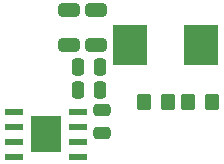
<source format=gbr>
%TF.GenerationSoftware,KiCad,Pcbnew,8.0.2-1*%
%TF.CreationDate,2024-06-01T01:47:10-04:00*%
%TF.ProjectId,ez-servo,657a2d73-6572-4766-9f2e-6b696361645f,v0.0.0*%
%TF.SameCoordinates,Original*%
%TF.FileFunction,Paste,Top*%
%TF.FilePolarity,Positive*%
%FSLAX46Y46*%
G04 Gerber Fmt 4.6, Leading zero omitted, Abs format (unit mm)*
G04 Created by KiCad (PCBNEW 8.0.2-1) date 2024-06-01 01:47:10*
%MOMM*%
%LPD*%
G01*
G04 APERTURE LIST*
G04 Aperture macros list*
%AMRoundRect*
0 Rectangle with rounded corners*
0 $1 Rounding radius*
0 $2 $3 $4 $5 $6 $7 $8 $9 X,Y pos of 4 corners*
0 Add a 4 corners polygon primitive as box body*
4,1,4,$2,$3,$4,$5,$6,$7,$8,$9,$2,$3,0*
0 Add four circle primitives for the rounded corners*
1,1,$1+$1,$2,$3*
1,1,$1+$1,$4,$5*
1,1,$1+$1,$6,$7*
1,1,$1+$1,$8,$9*
0 Add four rect primitives between the rounded corners*
20,1,$1+$1,$2,$3,$4,$5,0*
20,1,$1+$1,$4,$5,$6,$7,0*
20,1,$1+$1,$6,$7,$8,$9,0*
20,1,$1+$1,$8,$9,$2,$3,0*%
G04 Aperture macros list end*
%ADD10RoundRect,0.250000X0.350000X0.450000X-0.350000X0.450000X-0.350000X-0.450000X0.350000X-0.450000X0*%
%ADD11RoundRect,0.250000X-0.350000X-0.450000X0.350000X-0.450000X0.350000X0.450000X-0.350000X0.450000X0*%
%ADD12R,3.000000X3.500000*%
%ADD13RoundRect,0.250000X0.475000X-0.250000X0.475000X0.250000X-0.475000X0.250000X-0.475000X-0.250000X0*%
%ADD14RoundRect,0.250000X0.650000X-0.325000X0.650000X0.325000X-0.650000X0.325000X-0.650000X-0.325000X0*%
%ADD15RoundRect,0.250000X-0.250000X-0.475000X0.250000X-0.475000X0.250000X0.475000X-0.250000X0.475000X0*%
%ADD16R,1.550000X0.600000*%
%ADD17R,2.600000X3.100000*%
G04 APERTURE END LIST*
D10*
%TO.C,R3*%
X15190000Y-8950000D03*
X13190000Y-8950000D03*
%TD*%
D11*
%TO.C,R1*%
X16900000Y-8950000D03*
X18900000Y-8950000D03*
%TD*%
D12*
%TO.C,L1*%
X18000000Y-4100000D03*
X12000000Y-4100000D03*
%TD*%
D13*
%TO.C,C1*%
X9630000Y-11520000D03*
X9630000Y-9620000D03*
%TD*%
D14*
%TO.C,C4*%
X9090000Y-4095000D03*
X9090000Y-1145000D03*
%TD*%
D15*
%TO.C,C5*%
X7580000Y-5920000D03*
X9480000Y-5920000D03*
%TD*%
D14*
%TO.C,C3*%
X6780000Y-4095000D03*
X6780000Y-1145000D03*
%TD*%
D16*
%TO.C,U1*%
X2200000Y-9725000D03*
X2200000Y-10995000D03*
X2200000Y-12265000D03*
X2200000Y-13535000D03*
X7600000Y-13535000D03*
X7600000Y-12265000D03*
X7600000Y-10995000D03*
X7600000Y-9725000D03*
D17*
X4900000Y-11630000D03*
%TD*%
D15*
%TO.C,C6*%
X7580000Y-7890000D03*
X9480000Y-7890000D03*
%TD*%
M02*

</source>
